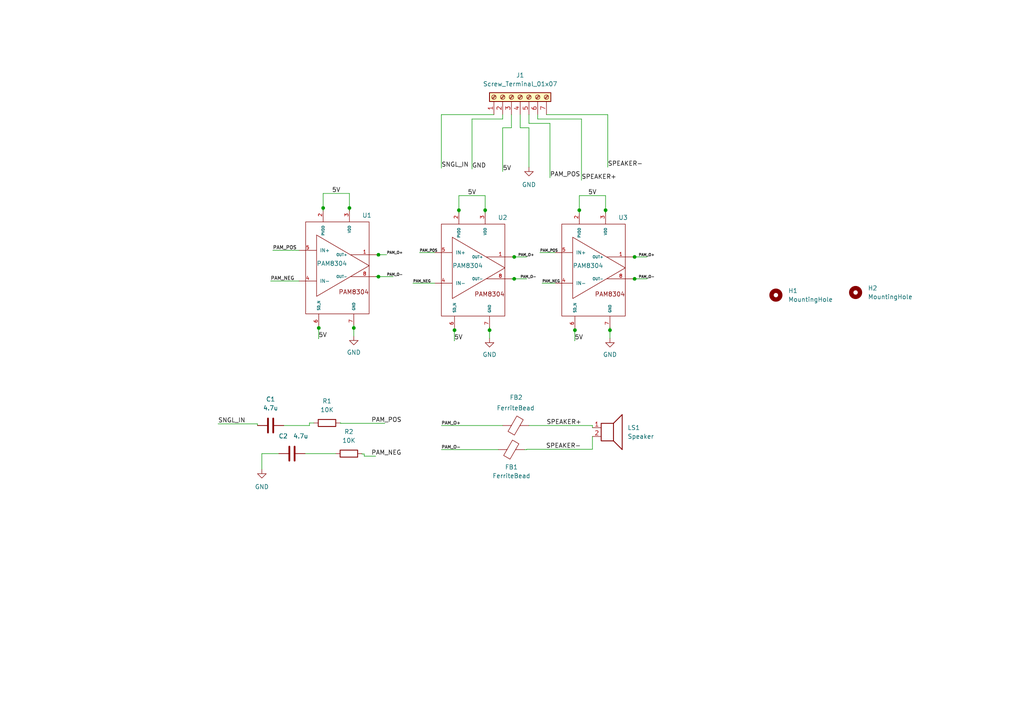
<source format=kicad_sch>
(kicad_sch (version 20230121) (generator eeschema)

  (uuid c5bea8ee-be65-4739-ab6f-eff7990423a3)

  (paper "A4")

  (lib_symbols
    (symbol "Connector:Screw_Terminal_01x07" (pin_names (offset 1.016) hide) (in_bom yes) (on_board yes)
      (property "Reference" "J" (at 0 10.16 0)
        (effects (font (size 1.27 1.27)))
      )
      (property "Value" "Screw_Terminal_01x07" (at 0 -10.16 0)
        (effects (font (size 1.27 1.27)))
      )
      (property "Footprint" "" (at 0 0 0)
        (effects (font (size 1.27 1.27)) hide)
      )
      (property "Datasheet" "~" (at 0 0 0)
        (effects (font (size 1.27 1.27)) hide)
      )
      (property "ki_keywords" "screw terminal" (at 0 0 0)
        (effects (font (size 1.27 1.27)) hide)
      )
      (property "ki_description" "Generic screw terminal, single row, 01x07, script generated (kicad-library-utils/schlib/autogen/connector/)" (at 0 0 0)
        (effects (font (size 1.27 1.27)) hide)
      )
      (property "ki_fp_filters" "TerminalBlock*:*" (at 0 0 0)
        (effects (font (size 1.27 1.27)) hide)
      )
      (symbol "Screw_Terminal_01x07_1_1"
        (rectangle (start -1.27 8.89) (end 1.27 -8.89)
          (stroke (width 0.254) (type default))
          (fill (type background))
        )
        (circle (center 0 -7.62) (radius 0.635)
          (stroke (width 0.1524) (type default))
          (fill (type none))
        )
        (circle (center 0 -5.08) (radius 0.635)
          (stroke (width 0.1524) (type default))
          (fill (type none))
        )
        (circle (center 0 -2.54) (radius 0.635)
          (stroke (width 0.1524) (type default))
          (fill (type none))
        )
        (polyline
          (pts
            (xy -0.5334 -7.2898)
            (xy 0.3302 -8.128)
          )
          (stroke (width 0.1524) (type default))
          (fill (type none))
        )
        (polyline
          (pts
            (xy -0.5334 -4.7498)
            (xy 0.3302 -5.588)
          )
          (stroke (width 0.1524) (type default))
          (fill (type none))
        )
        (polyline
          (pts
            (xy -0.5334 -2.2098)
            (xy 0.3302 -3.048)
          )
          (stroke (width 0.1524) (type default))
          (fill (type none))
        )
        (polyline
          (pts
            (xy -0.5334 0.3302)
            (xy 0.3302 -0.508)
          )
          (stroke (width 0.1524) (type default))
          (fill (type none))
        )
        (polyline
          (pts
            (xy -0.5334 2.8702)
            (xy 0.3302 2.032)
          )
          (stroke (width 0.1524) (type default))
          (fill (type none))
        )
        (polyline
          (pts
            (xy -0.5334 5.4102)
            (xy 0.3302 4.572)
          )
          (stroke (width 0.1524) (type default))
          (fill (type none))
        )
        (polyline
          (pts
            (xy -0.5334 7.9502)
            (xy 0.3302 7.112)
          )
          (stroke (width 0.1524) (type default))
          (fill (type none))
        )
        (polyline
          (pts
            (xy -0.3556 -7.112)
            (xy 0.508 -7.9502)
          )
          (stroke (width 0.1524) (type default))
          (fill (type none))
        )
        (polyline
          (pts
            (xy -0.3556 -4.572)
            (xy 0.508 -5.4102)
          )
          (stroke (width 0.1524) (type default))
          (fill (type none))
        )
        (polyline
          (pts
            (xy -0.3556 -2.032)
            (xy 0.508 -2.8702)
          )
          (stroke (width 0.1524) (type default))
          (fill (type none))
        )
        (polyline
          (pts
            (xy -0.3556 0.508)
            (xy 0.508 -0.3302)
          )
          (stroke (width 0.1524) (type default))
          (fill (type none))
        )
        (polyline
          (pts
            (xy -0.3556 3.048)
            (xy 0.508 2.2098)
          )
          (stroke (width 0.1524) (type default))
          (fill (type none))
        )
        (polyline
          (pts
            (xy -0.3556 5.588)
            (xy 0.508 4.7498)
          )
          (stroke (width 0.1524) (type default))
          (fill (type none))
        )
        (polyline
          (pts
            (xy -0.3556 8.128)
            (xy 0.508 7.2898)
          )
          (stroke (width 0.1524) (type default))
          (fill (type none))
        )
        (circle (center 0 0) (radius 0.635)
          (stroke (width 0.1524) (type default))
          (fill (type none))
        )
        (circle (center 0 2.54) (radius 0.635)
          (stroke (width 0.1524) (type default))
          (fill (type none))
        )
        (circle (center 0 5.08) (radius 0.635)
          (stroke (width 0.1524) (type default))
          (fill (type none))
        )
        (circle (center 0 7.62) (radius 0.635)
          (stroke (width 0.1524) (type default))
          (fill (type none))
        )
        (pin passive line (at -5.08 7.62 0) (length 3.81)
          (name "Pin_1" (effects (font (size 1.27 1.27))))
          (number "1" (effects (font (size 1.27 1.27))))
        )
        (pin passive line (at -5.08 5.08 0) (length 3.81)
          (name "Pin_2" (effects (font (size 1.27 1.27))))
          (number "2" (effects (font (size 1.27 1.27))))
        )
        (pin passive line (at -5.08 2.54 0) (length 3.81)
          (name "Pin_3" (effects (font (size 1.27 1.27))))
          (number "3" (effects (font (size 1.27 1.27))))
        )
        (pin passive line (at -5.08 0 0) (length 3.81)
          (name "Pin_4" (effects (font (size 1.27 1.27))))
          (number "4" (effects (font (size 1.27 1.27))))
        )
        (pin passive line (at -5.08 -2.54 0) (length 3.81)
          (name "Pin_5" (effects (font (size 1.27 1.27))))
          (number "5" (effects (font (size 1.27 1.27))))
        )
        (pin passive line (at -5.08 -5.08 0) (length 3.81)
          (name "Pin_6" (effects (font (size 1.27 1.27))))
          (number "6" (effects (font (size 1.27 1.27))))
        )
        (pin passive line (at -5.08 -7.62 0) (length 3.81)
          (name "Pin_7" (effects (font (size 1.27 1.27))))
          (number "7" (effects (font (size 1.27 1.27))))
        )
      )
    )
    (symbol "Device:C" (pin_numbers hide) (pin_names (offset 0.254)) (in_bom yes) (on_board yes)
      (property "Reference" "C" (at 0.635 2.54 0)
        (effects (font (size 1.27 1.27)) (justify left))
      )
      (property "Value" "C" (at 0.635 -2.54 0)
        (effects (font (size 1.27 1.27)) (justify left))
      )
      (property "Footprint" "" (at 0.9652 -3.81 0)
        (effects (font (size 1.27 1.27)) hide)
      )
      (property "Datasheet" "~" (at 0 0 0)
        (effects (font (size 1.27 1.27)) hide)
      )
      (property "ki_keywords" "cap capacitor" (at 0 0 0)
        (effects (font (size 1.27 1.27)) hide)
      )
      (property "ki_description" "Unpolarized capacitor" (at 0 0 0)
        (effects (font (size 1.27 1.27)) hide)
      )
      (property "ki_fp_filters" "C_*" (at 0 0 0)
        (effects (font (size 1.27 1.27)) hide)
      )
      (symbol "C_0_1"
        (polyline
          (pts
            (xy -2.032 -0.762)
            (xy 2.032 -0.762)
          )
          (stroke (width 0.508) (type default))
          (fill (type none))
        )
        (polyline
          (pts
            (xy -2.032 0.762)
            (xy 2.032 0.762)
          )
          (stroke (width 0.508) (type default))
          (fill (type none))
        )
      )
      (symbol "C_1_1"
        (pin passive line (at 0 3.81 270) (length 2.794)
          (name "~" (effects (font (size 1.27 1.27))))
          (number "1" (effects (font (size 1.27 1.27))))
        )
        (pin passive line (at 0 -3.81 90) (length 2.794)
          (name "~" (effects (font (size 1.27 1.27))))
          (number "2" (effects (font (size 1.27 1.27))))
        )
      )
    )
    (symbol "Device:FerriteBead" (pin_numbers hide) (pin_names (offset 0)) (in_bom yes) (on_board yes)
      (property "Reference" "FB" (at -3.81 0.635 90)
        (effects (font (size 1.27 1.27)))
      )
      (property "Value" "FerriteBead" (at 3.81 0 90)
        (effects (font (size 1.27 1.27)))
      )
      (property "Footprint" "" (at -1.778 0 90)
        (effects (font (size 1.27 1.27)) hide)
      )
      (property "Datasheet" "~" (at 0 0 0)
        (effects (font (size 1.27 1.27)) hide)
      )
      (property "ki_keywords" "L ferrite bead inductor filter" (at 0 0 0)
        (effects (font (size 1.27 1.27)) hide)
      )
      (property "ki_description" "Ferrite bead" (at 0 0 0)
        (effects (font (size 1.27 1.27)) hide)
      )
      (property "ki_fp_filters" "Inductor_* L_* *Ferrite*" (at 0 0 0)
        (effects (font (size 1.27 1.27)) hide)
      )
      (symbol "FerriteBead_0_1"
        (polyline
          (pts
            (xy 0 -1.27)
            (xy 0 -1.2192)
          )
          (stroke (width 0) (type default))
          (fill (type none))
        )
        (polyline
          (pts
            (xy 0 1.27)
            (xy 0 1.2954)
          )
          (stroke (width 0) (type default))
          (fill (type none))
        )
        (polyline
          (pts
            (xy -2.7686 0.4064)
            (xy -1.7018 2.2606)
            (xy 2.7686 -0.3048)
            (xy 1.6764 -2.159)
            (xy -2.7686 0.4064)
          )
          (stroke (width 0) (type default))
          (fill (type none))
        )
      )
      (symbol "FerriteBead_1_1"
        (pin passive line (at 0 3.81 270) (length 2.54)
          (name "~" (effects (font (size 1.27 1.27))))
          (number "1" (effects (font (size 1.27 1.27))))
        )
        (pin passive line (at 0 -3.81 90) (length 2.54)
          (name "~" (effects (font (size 1.27 1.27))))
          (number "2" (effects (font (size 1.27 1.27))))
        )
      )
    )
    (symbol "Device:R" (pin_numbers hide) (pin_names (offset 0)) (in_bom yes) (on_board yes)
      (property "Reference" "R" (at 2.032 0 90)
        (effects (font (size 1.27 1.27)))
      )
      (property "Value" "R" (at 0 0 90)
        (effects (font (size 1.27 1.27)))
      )
      (property "Footprint" "" (at -1.778 0 90)
        (effects (font (size 1.27 1.27)) hide)
      )
      (property "Datasheet" "~" (at 0 0 0)
        (effects (font (size 1.27 1.27)) hide)
      )
      (property "ki_keywords" "R res resistor" (at 0 0 0)
        (effects (font (size 1.27 1.27)) hide)
      )
      (property "ki_description" "Resistor" (at 0 0 0)
        (effects (font (size 1.27 1.27)) hide)
      )
      (property "ki_fp_filters" "R_*" (at 0 0 0)
        (effects (font (size 1.27 1.27)) hide)
      )
      (symbol "R_0_1"
        (rectangle (start -1.016 -2.54) (end 1.016 2.54)
          (stroke (width 0.254) (type default))
          (fill (type none))
        )
      )
      (symbol "R_1_1"
        (pin passive line (at 0 3.81 270) (length 1.27)
          (name "~" (effects (font (size 1.27 1.27))))
          (number "1" (effects (font (size 1.27 1.27))))
        )
        (pin passive line (at 0 -3.81 90) (length 1.27)
          (name "~" (effects (font (size 1.27 1.27))))
          (number "2" (effects (font (size 1.27 1.27))))
        )
      )
    )
    (symbol "Device:Speaker" (pin_names (offset 0) hide) (in_bom yes) (on_board yes)
      (property "Reference" "LS" (at 1.27 5.715 0)
        (effects (font (size 1.27 1.27)) (justify right))
      )
      (property "Value" "Speaker" (at 1.27 3.81 0)
        (effects (font (size 1.27 1.27)) (justify right))
      )
      (property "Footprint" "" (at 0 -5.08 0)
        (effects (font (size 1.27 1.27)) hide)
      )
      (property "Datasheet" "~" (at -0.254 -1.27 0)
        (effects (font (size 1.27 1.27)) hide)
      )
      (property "ki_keywords" "speaker sound" (at 0 0 0)
        (effects (font (size 1.27 1.27)) hide)
      )
      (property "ki_description" "Speaker" (at 0 0 0)
        (effects (font (size 1.27 1.27)) hide)
      )
      (symbol "Speaker_0_0"
        (rectangle (start -2.54 1.27) (end 1.016 -3.81)
          (stroke (width 0.254) (type default))
          (fill (type none))
        )
        (polyline
          (pts
            (xy 1.016 1.27)
            (xy 3.556 3.81)
            (xy 3.556 -6.35)
            (xy 1.016 -3.81)
          )
          (stroke (width 0.254) (type default))
          (fill (type none))
        )
      )
      (symbol "Speaker_1_1"
        (pin input line (at -5.08 0 0) (length 2.54)
          (name "1" (effects (font (size 1.27 1.27))))
          (number "1" (effects (font (size 1.27 1.27))))
        )
        (pin input line (at -5.08 -2.54 0) (length 2.54)
          (name "2" (effects (font (size 1.27 1.27))))
          (number "2" (effects (font (size 1.27 1.27))))
        )
      )
    )
    (symbol "Mechanical:MountingHole" (pin_names (offset 1.016)) (in_bom yes) (on_board yes)
      (property "Reference" "H" (at 0 5.08 0)
        (effects (font (size 1.27 1.27)))
      )
      (property "Value" "MountingHole" (at 0 3.175 0)
        (effects (font (size 1.27 1.27)))
      )
      (property "Footprint" "" (at 0 0 0)
        (effects (font (size 1.27 1.27)) hide)
      )
      (property "Datasheet" "~" (at 0 0 0)
        (effects (font (size 1.27 1.27)) hide)
      )
      (property "ki_keywords" "mounting hole" (at 0 0 0)
        (effects (font (size 1.27 1.27)) hide)
      )
      (property "ki_description" "Mounting Hole without connection" (at 0 0 0)
        (effects (font (size 1.27 1.27)) hide)
      )
      (property "ki_fp_filters" "MountingHole*" (at 0 0 0)
        (effects (font (size 1.27 1.27)) hide)
      )
      (symbol "MountingHole_0_1"
        (circle (center 0 0) (radius 1.27)
          (stroke (width 1.27) (type default))
          (fill (type none))
        )
      )
    )
    (symbol "Symbol_library:Audio_Amp" (pin_names (offset 1)) (in_bom yes) (on_board yes)
      (property "Reference" "U" (at 8.89 13.335 0)
        (effects (font (size 1.27 1.27)))
      )
      (property "Value" "" (at 0 0 0)
        (effects (font (size 1.27 1.27)))
      )
      (property "Footprint" "" (at 0 0 0)
        (effects (font (size 1.27 1.27)) hide)
      )
      (property "Datasheet" "" (at 0 0 0)
        (effects (font (size 1.27 1.27)) hide)
      )
      (symbol "Audio_Amp_0_1"
        (rectangle (start -7.62 12.065) (end 10.795 -14.605)
          (stroke (width 0) (type default))
          (fill (type none))
        )
        (polyline
          (pts
            (xy -4.445 8.255)
            (xy -4.445 -9.525)
            (xy 10.795 -0.635)
            (xy -4.445 8.255)
          )
          (stroke (width 0) (type default))
          (fill (type none))
        )
      )
      (symbol "Audio_Amp_1_1"
        (text "PAM8304" (at 6.35 -8.255 0)
          (effects (font (size 1.27 1.27)))
        )
        (pin output line (at 13.5 2.54 180) (length 8)
          (name "OUT+" (effects (font (size 0.75 0.75))))
          (number "1" (effects (font (size 1 1))))
        )
        (pin power_in line (at -2.54 16.1 270) (length 4)
          (name "PVDD" (effects (font (size 0.75 0.75))))
          (number "2" (effects (font (size 1 1))))
        )
        (pin power_in line (at 5.08 16.1 270) (length 4)
          (name "VDD" (effects (font (size 0.75 0.75))))
          (number "3" (effects (font (size 1 1))))
        )
        (pin input line (at -9.525 -5.08 0) (length 5)
          (name "IN-" (effects (font (size 1 1))))
          (number "4" (effects (font (size 1 1))))
        )
        (pin input line (at -9.525 3.81 0) (length 5)
          (name "IN+" (effects (font (size 1 1))))
          (number "5" (effects (font (size 1 1))))
        )
        (pin input line (at -3.81 -18.7 90) (length 4)
          (name "SD_N" (effects (font (size 0.75 0.75))))
          (number "6" (effects (font (size 1 1))))
        )
        (pin power_in line (at 6.35 -18.7 90) (length 4)
          (name "GND" (effects (font (size 0.75 0.75))))
          (number "7" (effects (font (size 1 1))))
        )
        (pin output line (at 13.5 -3.81 180) (length 8)
          (name "OUT-" (effects (font (size 0.75 0.75))))
          (number "8" (effects (font (size 1 1))))
        )
      )
    )
    (symbol "power:GND" (power) (pin_names (offset 0)) (in_bom yes) (on_board yes)
      (property "Reference" "#PWR" (at 0 -6.35 0)
        (effects (font (size 1.27 1.27)) hide)
      )
      (property "Value" "GND" (at 0 -3.81 0)
        (effects (font (size 1.27 1.27)))
      )
      (property "Footprint" "" (at 0 0 0)
        (effects (font (size 1.27 1.27)) hide)
      )
      (property "Datasheet" "" (at 0 0 0)
        (effects (font (size 1.27 1.27)) hide)
      )
      (property "ki_keywords" "global power" (at 0 0 0)
        (effects (font (size 1.27 1.27)) hide)
      )
      (property "ki_description" "Power symbol creates a global label with name \"GND\" , ground" (at 0 0 0)
        (effects (font (size 1.27 1.27)) hide)
      )
      (symbol "GND_0_1"
        (polyline
          (pts
            (xy 0 0)
            (xy 0 -1.27)
            (xy 1.27 -1.27)
            (xy 0 -2.54)
            (xy -1.27 -1.27)
            (xy 0 -1.27)
          )
          (stroke (width 0) (type default))
          (fill (type none))
        )
      )
      (symbol "GND_1_1"
        (pin power_in line (at 0 0 270) (length 0) hide
          (name "GND" (effects (font (size 1.27 1.27))))
          (number "1" (effects (font (size 1.27 1.27))))
        )
      )
    )
  )

  (junction (at 102.616 95.1286) (diameter 0) (color 0 0 0 0)
    (uuid 070f3aaf-a833-4a51-9d66-a83e7d858e77)
  )
  (junction (at 109.766 73.8886) (diameter 0) (color 0 0 0 0)
    (uuid 111351ea-301c-4b4c-88d0-1b4f01729e9d)
  )
  (junction (at 149.136 80.8736) (diameter 0) (color 0 0 0 0)
    (uuid 1b187f38-82e7-430a-8214-c71d8b3b80ff)
  )
  (junction (at 184.061 74.5236) (diameter 0) (color 0 0 0 0)
    (uuid 1ce473e3-a0ff-47ee-b9c5-3c228a6709c7)
  )
  (junction (at 133.096 60.9636) (diameter 0) (color 0 0 0 0)
    (uuid 2d813828-432e-4418-99e7-1c6fa1f538bc)
  )
  (junction (at 149.136 74.5236) (diameter 0) (color 0 0 0 0)
    (uuid 300078b1-38e7-4cc3-aed9-d0047b70a247)
  )
  (junction (at 175.641 60.9636) (diameter 0) (color 0 0 0 0)
    (uuid 39b5bcee-90d0-4435-b258-5ea977c60f3e)
  )
  (junction (at 184.061 80.8736) (diameter 0) (color 0 0 0 0)
    (uuid 5ad825ec-a373-42b8-9e0e-a952a2996653)
  )
  (junction (at 92.456 95.1286) (diameter 0) (color 0 0 0 0)
    (uuid 5f7be34b-0618-4039-8c87-3bf75db6bd35)
  )
  (junction (at 140.716 60.9636) (diameter 0) (color 0 0 0 0)
    (uuid 5fadd0c4-0042-4a2e-a794-e8cf4710f810)
  )
  (junction (at 166.751 95.7636) (diameter 0) (color 0 0 0 0)
    (uuid 72895d5f-5f1e-4699-ad8e-dc1001d2a151)
  )
  (junction (at 93.726 60.3286) (diameter 0) (color 0 0 0 0)
    (uuid 8b15b387-c461-486d-b6be-6b0f2946c430)
  )
  (junction (at 131.826 95.7636) (diameter 0) (color 0 0 0 0)
    (uuid 9aac67f9-01cc-4553-a59d-928d88b7f84f)
  )
  (junction (at 109.766 80.2386) (diameter 0) (color 0 0 0 0)
    (uuid baafafd9-ad57-4e61-800f-5fb0be9c0dd2)
  )
  (junction (at 168.021 60.9636) (diameter 0) (color 0 0 0 0)
    (uuid c6b74385-f35c-49ef-84a8-e029894237a7)
  )
  (junction (at 101.346 60.3286) (diameter 0) (color 0 0 0 0)
    (uuid e30d01c2-d6f9-4770-ba79-7ae608e117f6)
  )
  (junction (at 141.986 95.7636) (diameter 0) (color 0 0 0 0)
    (uuid fc9438cf-615c-4f5b-bac9-81046de3eddf)
  )
  (junction (at 176.911 95.7636) (diameter 0) (color 0 0 0 0)
    (uuid feb8c785-f993-4c3b-8f4b-217c7740c379)
  )

  (wire (pts (xy 136.906 34.5186) (xy 145.796 34.5186))
    (stroke (width 0) (type default))
    (uuid 02154498-cc79-4651-9144-fc8af02626a9)
  )
  (wire (pts (xy 131.7244 98.8314) (xy 131.8006 98.8314))
    (stroke (width 0) (type default))
    (uuid 0d28e57b-8825-4246-9566-9749cab3d176)
  )
  (wire (pts (xy 168.021 60.9636) (xy 168.021 61.8236))
    (stroke (width 0) (type default))
    (uuid 10a69bcd-fd59-472c-88c6-353220454f96)
  )
  (wire (pts (xy 101.346 56.1086) (xy 101.346 60.3286))
    (stroke (width 0) (type default))
    (uuid 11a667e3-c2de-4fb1-96ab-cc2198c19148)
  )
  (wire (pts (xy 136.906 34.5186) (xy 136.906 49.022))
    (stroke (width 0) (type default))
    (uuid 11cad50e-9b0a-4a4e-ba0a-37490f44d898)
  )
  (wire (pts (xy 105.6386 132.3086) (xy 105.6386 131.6736))
    (stroke (width 0) (type default))
    (uuid 12c4979c-f23c-4676-8e0f-760479eac192)
  )
  (wire (pts (xy 176.276 33.2486) (xy 176.276 48.4886))
    (stroke (width 0) (type default))
    (uuid 14679974-257c-417a-be36-f1d36f7387a1)
  )
  (wire (pts (xy 141.986 94.9198) (xy 141.986 95.7636))
    (stroke (width 0) (type default))
    (uuid 14ad1a99-e362-4ac1-9bde-d7f5b5d4c328)
  )
  (wire (pts (xy 131.8006 98.8314) (xy 131.8006 98.1456))
    (stroke (width 0) (type default))
    (uuid 17da62a5-e2ac-44a4-9da1-791bc51d2788)
  )
  (wire (pts (xy 152.146 130.4036) (xy 152.781 130.4036))
    (stroke (width 0) (type default))
    (uuid 192b5fbc-f434-4a19-b4c8-c6085708ca2c)
  )
  (wire (pts (xy 131.7752 95.7326) (xy 131.7244 95.7326))
    (stroke (width 0) (type default))
    (uuid 19b74825-9202-461f-81f6-2340378a33cd)
  )
  (wire (pts (xy 157.226 82.1436) (xy 161.036 82.1436))
    (stroke (width 0) (type default))
    (uuid 19d6ea00-bb6e-4e96-9805-8fbf8c9a65e3)
  )
  (wire (pts (xy 171.831 123.4186) (xy 171.831 124.0536))
    (stroke (width 0) (type default))
    (uuid 1e0d8cd6-1b7d-4d4e-a1fc-058baf9f6a23)
  )
  (wire (pts (xy 92.3544 98.1964) (xy 92.4306 98.1964))
    (stroke (width 0) (type default))
    (uuid 1e44f92a-5899-4b52-b719-0b440ee8b129)
  )
  (wire (pts (xy 159.512 35.7886) (xy 159.512 51.562))
    (stroke (width 0) (type default))
    (uuid 2105157e-1aff-4a86-b759-fe90e26e39fe)
  )
  (wire (pts (xy 175.641 56.7436) (xy 175.641 60.9636))
    (stroke (width 0) (type default))
    (uuid 21bbe243-1304-4a29-8843-343d05b1207d)
  )
  (wire (pts (xy 149.136 74.5236) (xy 152.781 74.5236))
    (stroke (width 0) (type default))
    (uuid 2324756d-8bed-432c-9f81-4e8a4eeacb57)
  )
  (wire (pts (xy 171.831 130.302) (xy 171.831 126.5936))
    (stroke (width 0) (type default))
    (uuid 2370bee3-ca65-4194-bd3f-aae2b74e146b)
  )
  (wire (pts (xy 119.761 82.1436) (xy 126.111 82.1436))
    (stroke (width 0) (type default))
    (uuid 256831d6-a22e-4f26-bfca-146cae52655f)
  )
  (wire (pts (xy 153.416 33.2486) (xy 153.416 35.7886))
    (stroke (width 0) (type default))
    (uuid 294fbb2a-66d7-461a-b315-cfc0fbfb1c04)
  )
  (wire (pts (xy 133.096 56.7436) (xy 133.096 60.9636))
    (stroke (width 0) (type default))
    (uuid 2a21b0ee-a885-4594-8767-0d3777e553f9)
  )
  (wire (pts (xy 176.911 94.9198) (xy 176.911 95.7636))
    (stroke (width 0) (type default))
    (uuid 2b4aaf08-072c-4748-bcf8-6a1f605cfa24)
  )
  (wire (pts (xy 150.876 37.0586) (xy 150.876 33.2486))
    (stroke (width 0) (type default))
    (uuid 2ba81507-366b-4dce-a7e3-8b073f8b1df5)
  )
  (wire (pts (xy 131.7244 95.7636) (xy 131.826 95.7636))
    (stroke (width 0) (type default))
    (uuid 2d241048-5621-4d67-858f-bf22878567cb)
  )
  (wire (pts (xy 145.796 37.0586) (xy 148.336 37.0586))
    (stroke (width 0) (type default))
    (uuid 2ebfd139-db09-4490-86a0-86a0fd8b8bbf)
  )
  (wire (pts (xy 175.641 60.9636) (xy 175.641 61.8236))
    (stroke (width 0) (type default))
    (uuid 31aaa235-809c-4a18-8a4b-56be48c2301f)
  )
  (wire (pts (xy 168.021 56.7436) (xy 168.021 60.9636))
    (stroke (width 0) (type default))
    (uuid 372bdb7b-6ead-423f-868d-3afd7c928fe8)
  )
  (wire (pts (xy 183.896 74.5236) (xy 184.061 74.5236))
    (stroke (width 0) (type default))
    (uuid 37baf1a0-ae2d-40bf-9de2-18f09fb02d88)
  )
  (wire (pts (xy 148.336 37.0586) (xy 148.336 33.2486))
    (stroke (width 0) (type default))
    (uuid 3a2680cf-b07b-4c5e-abaf-6c31b1e19252)
  )
  (wire (pts (xy 166.7002 95.7326) (xy 166.6494 95.7326))
    (stroke (width 0) (type default))
    (uuid 4567a009-157e-457a-8ee4-45f6ffb41276)
  )
  (wire (pts (xy 92.456 95.123) (xy 92.456 95.1286))
    (stroke (width 0) (type default))
    (uuid 465cf484-6801-4d35-a821-27b33b20864a)
  )
  (wire (pts (xy 133.096 56.7436) (xy 140.716 56.7436))
    (stroke (width 0) (type default))
    (uuid 47c878ee-94ff-4d2e-b618-1cba1911cb7b)
  )
  (wire (pts (xy 92.4052 95.0976) (xy 92.3544 95.0976))
    (stroke (width 0) (type default))
    (uuid 48faa0b6-f97e-45da-86c9-fce981ef6642)
  )
  (wire (pts (xy 153.416 37.0586) (xy 153.416 48.4886))
    (stroke (width 0) (type default))
    (uuid 4aa84383-9a78-4552-ba5c-4669fbe57611)
  )
  (wire (pts (xy 93.726 60.3286) (xy 93.726 61.1886))
    (stroke (width 0) (type default))
    (uuid 4f0695da-37ed-4580-bd03-0b4cd9e20e3b)
  )
  (wire (pts (xy 166.6494 95.7636) (xy 166.751 95.7636))
    (stroke (width 0) (type default))
    (uuid 4f1772f0-d166-412e-87e9-b73b47d74b84)
  )
  (wire (pts (xy 98.806 122.682) (xy 98.6536 122.682))
    (stroke (width 0) (type default))
    (uuid 50d7593c-b3c3-45ed-aba0-f4a03884119c)
  )
  (wire (pts (xy 109.766 73.8886) (xy 112.141 73.8886))
    (stroke (width 0) (type default))
    (uuid 514bf176-cd42-4114-b017-efca408c2431)
  )
  (wire (pts (xy 101.346 60.3286) (xy 101.346 61.1886))
    (stroke (width 0) (type default))
    (uuid 544d0fd0-b17c-4214-a0cc-40a8fba2c84e)
  )
  (wire (pts (xy 155.956 33.2486) (xy 155.956 34.5186))
    (stroke (width 0) (type default))
    (uuid 562eadd1-aa80-4569-93f1-d1943a7032b0)
  )
  (wire (pts (xy 158.496 33.2486) (xy 176.276 33.2486))
    (stroke (width 0) (type default))
    (uuid 59e7839e-0e9c-4387-9013-d0a18bf51638)
  )
  (wire (pts (xy 148.971 74.5236) (xy 149.136 74.5236))
    (stroke (width 0) (type default))
    (uuid 5d52a772-15ae-4ace-a6ea-ba4f8c42d9f8)
  )
  (wire (pts (xy 148.336 80.8736) (xy 149.136 80.8736))
    (stroke (width 0) (type default))
    (uuid 5d6cb17f-00b0-4223-afd2-f9e62910436f)
  )
  (wire (pts (xy 155.956 34.5186) (xy 168.656 34.5186))
    (stroke (width 0) (type default))
    (uuid 60289537-0ef6-4ae7-b960-8dee27c51a32)
  )
  (wire (pts (xy 184.061 74.5236) (xy 187.706 74.5236))
    (stroke (width 0) (type default))
    (uuid 6036de67-f3b8-4d61-a822-dfa5191e3b78)
  )
  (wire (pts (xy 89.7636 122.682) (xy 91.0336 122.682))
    (stroke (width 0) (type default))
    (uuid 63d20e2f-1c89-4cb9-9fed-c80497e0e662)
  )
  (wire (pts (xy 166.751 95.758) (xy 166.751 95.7636))
    (stroke (width 0) (type default))
    (uuid 6721143c-a56e-47a3-9e0a-eb50014f4814)
  )
  (wire (pts (xy 92.3544 95.0976) (xy 92.3544 95.1286))
    (stroke (width 0) (type default))
    (uuid 68b367c5-5024-4a7e-bd55-4dc71aeed57b)
  )
  (wire (pts (xy 131.826 95.758) (xy 131.826 95.7636))
    (stroke (width 0) (type default))
    (uuid 6aef6caa-1c2a-4978-aff2-f77118a1288b)
  )
  (wire (pts (xy 92.3544 95.1286) (xy 92.456 95.1286))
    (stroke (width 0) (type default))
    (uuid 6c0c7a77-1f3a-43ae-99dc-8249f16f5fb6)
  )
  (wire (pts (xy 80.8736 131.572) (xy 75.946 131.572))
    (stroke (width 0) (type default))
    (uuid 6daa2e0a-10b7-48c6-9650-382ada47a41c)
  )
  (wire (pts (xy 92.4306 98.1964) (xy 92.4306 97.5106))
    (stroke (width 0) (type default))
    (uuid 70acd895-2e92-46a0-b86a-0513537896b8)
  )
  (wire (pts (xy 105.6386 131.6736) (xy 105.0036 131.6736))
    (stroke (width 0) (type default))
    (uuid 70dd5ef9-113f-4d97-a7f0-aa82d7803dbb)
  )
  (wire (pts (xy 149.136 80.8736) (xy 152.781 80.8736))
    (stroke (width 0) (type default))
    (uuid 724addef-e683-4f79-8ba2-56505c369439)
  )
  (wire (pts (xy 128.016 123.4186) (xy 145.796 123.4186))
    (stroke (width 0) (type default))
    (uuid 74ca7864-37e1-49af-8ab2-1999c07deb92)
  )
  (wire (pts (xy 121.666 73.2536) (xy 126.111 73.2536))
    (stroke (width 0) (type default))
    (uuid 74f6e06d-ab89-4342-ada0-0e0df34fa8b0)
  )
  (wire (pts (xy 184.061 80.8736) (xy 187.706 80.8736))
    (stroke (width 0) (type default))
    (uuid 77d6b969-9cd8-46ff-b214-27ec23adad71)
  )
  (wire (pts (xy 105.6386 132.3086) (xy 108.966 132.3086))
    (stroke (width 0) (type default))
    (uuid 7bd536cd-ab03-4d6a-9262-6228f0f663a1)
  )
  (wire (pts (xy 108.966 80.2386) (xy 109.766 80.2386))
    (stroke (width 0) (type default))
    (uuid 833d3d73-df02-4109-b0ef-4794422eaf80)
  )
  (wire (pts (xy 156.591 73.2536) (xy 161.036 73.2536))
    (stroke (width 0) (type default))
    (uuid 85476f97-862e-4b86-8915-cd261f6aae03)
  )
  (wire (pts (xy 105.0036 131.6736) (xy 105.0036 131.572))
    (stroke (width 0) (type default))
    (uuid 8564bc1f-934f-4b29-9826-fdc8be63e023)
  )
  (wire (pts (xy 78.486 81.5086) (xy 86.741 81.5086))
    (stroke (width 0) (type default))
    (uuid 8b228737-aa98-45c6-aedf-61ba0863d590)
  )
  (wire (pts (xy 93.726 56.1086) (xy 101.346 56.1086))
    (stroke (width 0) (type default))
    (uuid 8ca9340a-6ca9-44ad-aab0-34edf3553277)
  )
  (wire (pts (xy 145.796 34.5186) (xy 145.796 33.2486))
    (stroke (width 0) (type default))
    (uuid 92c43fbe-2f15-4eae-8a61-ed7358f14f14)
  )
  (wire (pts (xy 133.096 60.9636) (xy 133.096 61.8236))
    (stroke (width 0) (type default))
    (uuid 9488588a-dd04-48ed-8317-9e98331664d2)
  )
  (wire (pts (xy 102.616 94.2848) (xy 102.616 95.1286))
    (stroke (width 0) (type default))
    (uuid 990f433c-12d0-42b5-bd16-a43dcde628c5)
  )
  (wire (pts (xy 128.016 33.2486) (xy 128.016 48.768))
    (stroke (width 0) (type default))
    (uuid 998da897-ddd0-448a-81c5-16f7fd4e2293)
  )
  (wire (pts (xy 75.946 131.572) (xy 75.946 136.1186))
    (stroke (width 0) (type default))
    (uuid 9c3586f0-87fc-4642-a731-d7970f70d08b)
  )
  (wire (pts (xy 166.6494 95.7326) (xy 166.6494 95.7636))
    (stroke (width 0) (type default))
    (uuid 9d85201d-6e40-4403-877b-4b77b601c52b)
  )
  (wire (pts (xy 79.121 72.6186) (xy 86.741 72.6186))
    (stroke (width 0) (type default))
    (uuid 9dffc926-b93d-4862-8685-626414abdcc4)
  )
  (wire (pts (xy 98.806 122.7836) (xy 111.6584 122.7836))
    (stroke (width 0) (type default))
    (uuid 9fc57c6c-c9f8-4366-9291-54120b51a65b)
  )
  (wire (pts (xy 74.676 122.936) (xy 63.246 122.936))
    (stroke (width 0) (type default))
    (uuid 9fdc6690-b02d-4e6b-97ce-429b315f15aa)
  )
  (wire (pts (xy 166.7002 95.7326) (xy 166.7256 98.1456))
    (stroke (width 0) (type default))
    (uuid a1a13d43-13fe-4a0a-a070-f1a94605e353)
  )
  (wire (pts (xy 131.7752 95.7326) (xy 131.8006 98.1456))
    (stroke (width 0) (type default))
    (uuid a74cb79d-ef2a-47db-b72e-d3e02c662a42)
  )
  (wire (pts (xy 145.796 37.0586) (xy 145.796 49.7586))
    (stroke (width 0) (type default))
    (uuid a86aea26-0e77-42a3-b7ce-1490624103ce)
  )
  (wire (pts (xy 128.016 33.2486) (xy 143.256 33.2486))
    (stroke (width 0) (type default))
    (uuid a8d49a88-d8a8-46dd-b995-6c6a53faf495)
  )
  (wire (pts (xy 88.4936 131.572) (xy 97.3836 131.572))
    (stroke (width 0) (type default))
    (uuid a9fc00d4-6498-424f-90b0-8f48c312f655)
  )
  (wire (pts (xy 153.416 123.4186) (xy 171.831 123.4186))
    (stroke (width 0) (type default))
    (uuid ace21120-9e45-4b74-8359-e2eaf0527639)
  )
  (wire (pts (xy 102.616 95.1286) (xy 102.616 97.4852))
    (stroke (width 0) (type default))
    (uuid b0183c86-886c-40e1-b828-6f3d7f7124d9)
  )
  (wire (pts (xy 183.896 80.8736) (xy 184.061 80.8736))
    (stroke (width 0) (type default))
    (uuid b87934b2-f5b7-491d-ba25-ecc0ac354c8e)
  )
  (wire (pts (xy 152.781 130.4036) (xy 152.781 130.302))
    (stroke (width 0) (type default))
    (uuid b88de8e2-ae1b-43ce-94b9-f24d003d01bf)
  )
  (wire (pts (xy 166.6494 98.8314) (xy 166.7256 98.8314))
    (stroke (width 0) (type default))
    (uuid c72bf20f-3912-45b1-a584-60bd9bb6567f)
  )
  (wire (pts (xy 89.7636 123.4186) (xy 82.296 123.4186))
    (stroke (width 0) (type default))
    (uuid c8aff036-3038-42ec-ae7c-c7b8ef7b3a30)
  )
  (wire (pts (xy 141.986 95.7636) (xy 141.986 98.1202))
    (stroke (width 0) (type default))
    (uuid c8d4ce63-fbe0-496f-99a7-2c0771023b24)
  )
  (wire (pts (xy 152.781 130.302) (xy 171.831 130.302))
    (stroke (width 0) (type default))
    (uuid ca2be9c6-001a-474c-8cbe-ad6395102617)
  )
  (wire (pts (xy 131.7244 95.7326) (xy 131.7244 95.7636))
    (stroke (width 0) (type default))
    (uuid cbcc5890-c28d-452a-83ec-47e6e2d40193)
  )
  (wire (pts (xy 98.806 122.7836) (xy 98.806 122.682))
    (stroke (width 0) (type default))
    (uuid d30f1c0b-8729-4256-8293-58f484bad0fc)
  )
  (wire (pts (xy 109.601 73.8886) (xy 109.766 73.8886))
    (stroke (width 0) (type default))
    (uuid d5a1c17d-9052-42b7-8eff-9f639a5ceed7)
  )
  (wire (pts (xy 128.016 130.4036) (xy 144.526 130.4036))
    (stroke (width 0) (type default))
    (uuid d6e5e904-146f-4ed4-8ea6-80a09c4d9cc9)
  )
  (wire (pts (xy 168.021 56.7436) (xy 175.641 56.7436))
    (stroke (width 0) (type default))
    (uuid da871ab2-c4da-4d23-b243-335eae7ef4c9)
  )
  (wire (pts (xy 140.716 60.9636) (xy 140.716 61.8236))
    (stroke (width 0) (type default))
    (uuid db674384-6270-4603-81e3-74158a462cb5)
  )
  (wire (pts (xy 140.716 56.7436) (xy 140.716 60.9636))
    (stroke (width 0) (type default))
    (uuid dda2325a-4fe0-45dd-a16c-fac091820816)
  )
  (wire (pts (xy 176.911 95.7636) (xy 176.911 98.1202))
    (stroke (width 0) (type default))
    (uuid e264c85a-a564-424e-ac0a-e9703351252b)
  )
  (wire (pts (xy 153.416 35.7886) (xy 159.512 35.7886))
    (stroke (width 0) (type default))
    (uuid e9ea927f-aac8-4324-a1a5-c839ec0361f3)
  )
  (wire (pts (xy 166.7256 98.8314) (xy 166.7256 98.1456))
    (stroke (width 0) (type default))
    (uuid ece33f45-2887-4a2d-9d9b-273b5e28bd4f)
  )
  (wire (pts (xy 93.726 56.1086) (xy 93.726 60.3286))
    (stroke (width 0) (type default))
    (uuid ee3025bb-a719-47c1-9cc0-c42bc990921f)
  )
  (wire (pts (xy 74.676 122.936) (xy 74.676 123.4186))
    (stroke (width 0) (type default))
    (uuid eecee366-cb85-438d-9b01-425e6230d167)
  )
  (wire (pts (xy 153.416 37.0586) (xy 150.876 37.0586))
    (stroke (width 0) (type default))
    (uuid f1b2e28c-f16a-46f1-b2ed-b49c3416e6d8)
  )
  (wire (pts (xy 89.7636 122.682) (xy 89.7636 123.4186))
    (stroke (width 0) (type default))
    (uuid f21f71e3-daea-4121-a3c3-f307572631cd)
  )
  (wire (pts (xy 92.4052 95.0976) (xy 92.4306 97.5106))
    (stroke (width 0) (type default))
    (uuid fc25c990-0ed0-4f46-991f-eb1078b34e36)
  )
  (wire (pts (xy 109.766 80.2386) (xy 114.046 80.2386))
    (stroke (width 0) (type default))
    (uuid fcbd7735-9c52-47df-a4c2-6d69bcaee371)
  )
  (wire (pts (xy 168.656 34.5186) (xy 168.656 52.2986))
    (stroke (width 0) (type default))
    (uuid fe28685e-3d04-4e9f-a5da-8b73994ac87b)
  )

  (label "PAM_NEG" (at 107.696 132.3086 0) (fields_autoplaced)
    (effects (font (size 1.27 1.27)) (justify left bottom))
    (uuid 04c01163-d7c1-4b17-94d7-f839e4f62349)
  )
  (label "PAM_O+" (at 150.241 74.5236 0) (fields_autoplaced)
    (effects (font (size 0.75 0.75)) (justify left bottom))
    (uuid 050ea7e2-cfbe-4beb-baad-74ffdb6ac249)
  )
  (label "PAM_O+" (at 128.016 123.4186 0) (fields_autoplaced)
    (effects (font (size 0.9 0.9)) (justify left bottom))
    (uuid 0c81f46d-f927-46e4-9fff-cb0f0bae6841)
  )
  (label "PAM_O-" (at 128.016 130.4036 0) (fields_autoplaced)
    (effects (font (size 0.9 0.9)) (justify left bottom))
    (uuid 10cd95e2-9392-40c6-9878-8c71afb9bf5c)
  )
  (label "PAM_POS" (at 121.666 73.2536 0) (fields_autoplaced)
    (effects (font (size 0.75 0.75)) (justify left bottom))
    (uuid 1168fb8c-bf06-4c05-93e3-f5fd6ab07cb3)
  )
  (label "PAM_NEG" (at 78.486 81.5086 0) (fields_autoplaced)
    (effects (font (size 1 1)) (justify left bottom))
    (uuid 2ec98fc5-fffb-4412-bdab-724709c2fa0a)
  )
  (label "5V" (at 135.636 56.7436 0) (fields_autoplaced)
    (effects (font (size 1.27 1.27)) (justify left bottom))
    (uuid 2f2db50c-2993-4675-9a65-af6ba0a7faf7)
  )
  (label "PAM_NEG" (at 157.226 82.1436 0) (fields_autoplaced)
    (effects (font (size 0.75 0.75)) (justify left bottom))
    (uuid 30d081f4-c3e7-476e-8620-7cf111bea1ac)
  )
  (label "PAM_O+" (at 185.166 74.5236 0) (fields_autoplaced)
    (effects (font (size 0.75 0.75)) (justify left bottom))
    (uuid 45b4adba-2cd7-4daf-a931-33c4e7a2a50b)
  )
  (label "PAM_POS" (at 107.696 122.7836 0) (fields_autoplaced)
    (effects (font (size 1.27 1.27)) (justify left bottom))
    (uuid 4c3928f7-549f-4e40-82bc-064971a0903d)
  )
  (label "5V" (at 166.6494 98.8314 0) (fields_autoplaced)
    (effects (font (size 1.27 1.27)) (justify left bottom))
    (uuid 5b4ed31b-643b-4866-b5ee-5beed1cadf54)
  )
  (label "5V" (at 96.266 56.1086 0) (fields_autoplaced)
    (effects (font (size 1.27 1.27)) (justify left bottom))
    (uuid 6183d276-17f3-42fc-b6a3-62cd6e7df69b)
  )
  (label "PAM_O-" (at 150.876 80.8736 0) (fields_autoplaced)
    (effects (font (size 0.75 0.75)) (justify left bottom))
    (uuid 6eef2db3-117e-4d86-b344-1bfb567f623a)
  )
  (label "SPEAKER+" (at 158.496 123.4186 0) (fields_autoplaced)
    (effects (font (size 1.27 1.27)) (justify left bottom))
    (uuid 7540bd28-c9b5-4bce-b9b5-952dbeac9c72)
  )
  (label "PAM_POS" (at 159.512 51.562 0) (fields_autoplaced)
    (effects (font (size 1.27 1.27)) (justify left bottom))
    (uuid 78b9c2f4-8d86-4e2d-aaf0-5937335f809c)
  )
  (label "SPEAKER-" (at 158.3436 130.302 0) (fields_autoplaced)
    (effects (font (size 1.27 1.27)) (justify left bottom))
    (uuid 83681f6a-4303-4e81-846f-b4b0319d9dea)
  )
  (label "5V" (at 170.561 56.7436 0) (fields_autoplaced)
    (effects (font (size 1.27 1.27)) (justify left bottom))
    (uuid 853e1705-4baf-4ddb-aaf9-5c5aa0a9ae77)
  )
  (label "SPEAKER-" (at 176.276 48.4886 0) (fields_autoplaced)
    (effects (font (size 1.27 1.27)) (justify left bottom))
    (uuid af994ce1-3d00-4d36-a05e-20acba8761fa)
  )
  (label "PAM_O-" (at 185.166 80.8736 0) (fields_autoplaced)
    (effects (font (size 0.75 0.75)) (justify left bottom))
    (uuid b759dd90-ed0d-47d4-8125-4719dc697ad6)
  )
  (label "GND" (at 136.906 49.022 0) (fields_autoplaced)
    (effects (font (size 1.27 1.27)) (justify left bottom))
    (uuid cdd2a6f2-9e27-4be8-838d-064c684abe15)
  )
  (label "5V" (at 131.7244 98.8314 0) (fields_autoplaced)
    (effects (font (size 1.27 1.27)) (justify left bottom))
    (uuid ceb8dc20-c25c-426c-9c61-90f49fbc9464)
  )
  (label "5V" (at 92.3544 98.1964 0) (fields_autoplaced)
    (effects (font (size 1.27 1.27)) (justify left bottom))
    (uuid d0434f7c-9b9e-4466-9449-e32af7a74492)
  )
  (label "PAM_POS" (at 156.591 73.2536 0) (fields_autoplaced)
    (effects (font (size 0.75 0.75)) (justify left bottom))
    (uuid d0a2e641-bea1-410d-8c47-0009732a7eec)
  )
  (label "PAM_NEG" (at 119.761 82.1436 0) (fields_autoplaced)
    (effects (font (size 0.75 0.75)) (justify left bottom))
    (uuid d154348b-898c-488b-bfb7-879e50888bfc)
  )
  (label "PAM_O+" (at 112.141 73.8886 0) (fields_autoplaced)
    (effects (font (size 0.75 0.75)) (justify left bottom))
    (uuid d1d5a5c2-96d4-4462-8eec-e05100d07351)
  )
  (label "SNGL_IN" (at 63.246 122.936 0) (fields_autoplaced)
    (effects (font (size 1.27 1.27)) (justify left bottom))
    (uuid dd60fc44-a5d6-4f26-884b-292d5b35993b)
  )
  (label "SNGL_IN" (at 128.016 48.768 0) (fields_autoplaced)
    (effects (font (size 1.27 1.27)) (justify left bottom))
    (uuid e09b3fec-21a2-476d-a61f-44be8e02d717)
  )
  (label "PAM_POS" (at 79.121 72.6186 0) (fields_autoplaced)
    (effects (font (size 1 1)) (justify left bottom))
    (uuid e5fcb7bf-dcad-44dc-973f-54d68174d251)
  )
  (label "PAM_O-" (at 112.141 80.2386 0) (fields_autoplaced)
    (effects (font (size 0.75 0.75)) (justify left bottom))
    (uuid ede6a252-87ae-4cc1-89af-e718e554068a)
  )
  (label "SPEAKER+" (at 168.656 52.2986 0) (fields_autoplaced)
    (effects (font (size 1.27 1.27)) (justify left bottom))
    (uuid f7ea881c-5c55-4785-8cda-0316b8f57bde)
  )
  (label "5V" (at 145.796 49.7586 0) (fields_autoplaced)
    (effects (font (size 1.27 1.27)) (justify left bottom))
    (uuid fffe18d3-57df-4bc6-b2fd-26a440d6618c)
  )

  (symbol (lib_id "Device:Speaker") (at 176.911 124.0536 0) (unit 1)
    (in_bom yes) (on_board yes) (dnp no) (fields_autoplaced)
    (uuid 07c57bb7-c452-40e3-8ddc-65f52c77414e)
    (property "Reference" "LS1" (at 181.991 124.0536 0)
      (effects (font (size 1.27 1.27)) (justify left))
    )
    (property "Value" "Speaker" (at 181.991 126.5936 0)
      (effects (font (size 1.27 1.27)) (justify left))
    )
    (property "Footprint" "" (at 176.911 129.1336 0)
      (effects (font (size 1.27 1.27)) hide)
    )
    (property "Datasheet" "~https://www.cuidevices.com/product/resource/cds-4224-84sp.pdf" (at 176.657 125.3236 0)
      (effects (font (size 1.27 1.27)) hide)
    )
    (property "DIGIKEY PART #" "CDS-4224-84SP" (at 176.911 124.0536 0)
      (effects (font (size 1.27 1.27)) hide)
    )
    (property "PRICE" "$7.82" (at 176.911 124.0536 0)
      (effects (font (size 1.27 1.27)) hide)
    )
    (pin "1" (uuid ace638b2-1b25-4a49-84af-2ef5da907113))
    (pin "2" (uuid b800ac76-be10-4b47-b103-55a343fd475d))
    (instances
      (project "Speaker"
        (path "/085a8e5f-7214-4041-9448-142a3053ab37"
          (reference "LS1") (unit 1)
        )
      )
      (project "Speaker_AMP"
        (path "/c5bea8ee-be65-4739-ab6f-eff7990423a3"
          (reference "LS1") (unit 1)
        )
      )
    )
  )

  (symbol (lib_id "Device:C") (at 78.486 123.4186 90) (unit 1)
    (in_bom yes) (on_board yes) (dnp no) (fields_autoplaced)
    (uuid 200fdbb6-b66a-4d84-bdb9-74612a2a9eab)
    (property "Reference" "C2" (at 78.486 115.7986 90)
      (effects (font (size 1.27 1.27)))
    )
    (property "Value" "4.7u" (at 78.486 118.3386 90)
      (effects (font (size 1.27 1.27)))
    )
    (property "Footprint" "Footprints:Cap0805" (at 82.296 122.4534 0)
      (effects (font (size 1.27 1.27)) hide)
    )
    (property "Datasheet" "~https://mm.digikey.com/Volume0/opasdata/d220001/medias/docus/43/CL10A475KQ8NNWC_Spec.pdf" (at 78.486 123.4186 0)
      (effects (font (size 1.27 1.27)) hide)
    )
    (property "DIGIKEY PART #" "CL10A475KQ8NNWC" (at 78.486 123.4186 0)
      (effects (font (size 1.27 1.27)) hide)
    )
    (property "PRICE" "$0.10" (at 78.486 123.4186 0)
      (effects (font (size 1.27 1.27)) hide)
    )
    (pin "1" (uuid 251c57f6-35fb-401a-a5bf-6e7a7c208902))
    (pin "2" (uuid 85cf614b-e52a-4358-a893-41f5c3548363))
    (instances
      (project "Speaker"
        (path "/085a8e5f-7214-4041-9448-142a3053ab37"
          (reference "C2") (unit 1)
        )
      )
      (project "Speaker_AMP"
        (path "/c5bea8ee-be65-4739-ab6f-eff7990423a3"
          (reference "C1") (unit 1)
        )
      )
    )
  )

  (symbol (lib_id "Device:FerriteBead") (at 149.606 123.4186 90) (unit 1)
    (in_bom yes) (on_board yes) (dnp no)
    (uuid 22814cb1-8f98-4711-be77-93d89f918cc2)
    (property "Reference" "FB2" (at 149.7076 115.2652 90)
      (effects (font (size 1.27 1.27)))
    )
    (property "Value" "FerriteBead" (at 149.5552 118.3386 90)
      (effects (font (size 1.27 1.27)))
    )
    (property "Footprint" "Footprints:IND_BLM15_0402_MUR-M" (at 149.606 125.1966 90)
      (effects (font (size 1.27 1.27)) hide)
    )
    (property "Datasheet" "~https://www.murata.com/en-us/products/productdata/8796740059166/ENFA0018.pdf" (at 149.606 123.4186 0)
      (effects (font (size 1.27 1.27)) hide)
    )
    (property "DIGIKEY PART #" "BLM15AG121SN1D" (at 149.606 123.4186 0)
      (effects (font (size 1.27 1.27)) hide)
    )
    (property "PRICE" "$0.10" (at 149.606 123.4186 0)
      (effects (font (size 1.27 1.27)) hide)
    )
    (pin "1" (uuid 9dd6f245-417f-4b9f-88c3-1ac9d7c2eaf5))
    (pin "2" (uuid bc9fdc49-50e8-4298-9b22-2dd2120698c6))
    (instances
      (project "Speaker"
        (path "/085a8e5f-7214-4041-9448-142a3053ab37"
          (reference "FB2") (unit 1)
        )
      )
      (project "Speaker_AMP"
        (path "/c5bea8ee-be65-4739-ab6f-eff7990423a3"
          (reference "FB2") (unit 1)
        )
      )
    )
  )

  (symbol (lib_id "Device:C") (at 84.6836 131.572 90) (unit 1)
    (in_bom yes) (on_board yes) (dnp no)
    (uuid 364640ff-9c07-4295-a3e6-d5b3ae469d70)
    (property "Reference" "C3" (at 82.1436 126.492 90)
      (effects (font (size 1.27 1.27)))
    )
    (property "Value" "4.7u" (at 87.2236 126.492 90)
      (effects (font (size 1.27 1.27)))
    )
    (property "Footprint" "Footprints:Cap0805" (at 88.4936 130.6068 0)
      (effects (font (size 1.27 1.27)) hide)
    )
    (property "Datasheet" "~https://mm.digikey.com/Volume0/opasdata/d220001/medias/docus/43/CL10A475KQ8NNWC_Spec.pdf" (at 84.6836 131.572 0)
      (effects (font (size 1.27 1.27)) hide)
    )
    (property "DIGIKEY PART #" "CL10A475KQ8NNWC" (at 84.6836 131.572 0)
      (effects (font (size 1.27 1.27)) hide)
    )
    (property "PRICE" "$0.10" (at 84.6836 131.572 0)
      (effects (font (size 1.27 1.27)) hide)
    )
    (pin "1" (uuid bedcb4dd-e02d-4a10-9ec4-5794640d886b))
    (pin "2" (uuid 2bb527ae-efc4-4175-81c8-fd092a06be19))
    (instances
      (project "Speaker"
        (path "/085a8e5f-7214-4041-9448-142a3053ab37"
          (reference "C3") (unit 1)
        )
      )
      (project "Speaker_AMP"
        (path "/c5bea8ee-be65-4739-ab6f-eff7990423a3"
          (reference "C2") (unit 1)
        )
      )
    )
  )

  (symbol (lib_id "Device:R") (at 94.8436 122.682 90) (unit 1)
    (in_bom yes) (on_board yes) (dnp no) (fields_autoplaced)
    (uuid 51505703-2cdc-4580-98af-0837fdb004c0)
    (property "Reference" "R8" (at 94.8436 116.332 90)
      (effects (font (size 1.27 1.27)))
    )
    (property "Value" "10K" (at 94.8436 118.872 90)
      (effects (font (size 1.27 1.27)))
    )
    (property "Footprint" "Footprints:RESC2012X60N" (at 94.8436 124.46 90)
      (effects (font (size 1.27 1.27)) hide)
    )
    (property "Datasheet" "~https://www.seielect.com/catalog/sei-rmcf_rmcp.pdf" (at 94.8436 122.682 0)
      (effects (font (size 1.27 1.27)) hide)
    )
    (property "DIGIKEY PART #" "RMCF0805FT10K0" (at 94.8436 122.682 0)
      (effects (font (size 1.27 1.27)) hide)
    )
    (property "PRICE" "$0.10" (at 94.8436 122.682 0)
      (effects (font (size 1.27 1.27)) hide)
    )
    (pin "1" (uuid 17a4d0c9-d795-4578-a2cd-8715a64df952))
    (pin "2" (uuid 24d3d2d0-37f2-4e8b-91a2-eb2fbe6b135a))
    (instances
      (project "Speaker"
        (path "/085a8e5f-7214-4041-9448-142a3053ab37"
          (reference "R8") (unit 1)
        )
      )
      (project "Speaker_AMP"
        (path "/c5bea8ee-be65-4739-ab6f-eff7990423a3"
          (reference "R1") (unit 1)
        )
      )
    )
  )

  (symbol (lib_id "Symbol_library:Audio_Amp") (at 96.266 76.4286 0) (unit 1)
    (in_bom yes) (on_board yes) (dnp no)
    (uuid 5b4b23dc-0111-4b43-a1c5-2003126dd4c4)
    (property "Reference" "U3" (at 106.426 62.4586 0)
      (effects (font (size 1.27 1.27)))
    )
    (property "Value" "PAM8304" (at 96.266 76.4286 0)
      (effects (font (size 1.27 1.27)))
    )
    (property "Footprint" "Footprints:SOP65P490X110-8N" (at 96.266 76.4286 0)
      (effects (font (size 1.27 1.27)) hide)
    )
    (property "Datasheet" "https://www.diodes.com/assets/Datasheets/PAM8304.pdf" (at 96.266 76.4286 0)
      (effects (font (size 1.27 1.27)) hide)
    )
    (property "DIGIKEY PART #" "PAM8304ASR" (at 96.266 76.4286 0)
      (effects (font (size 1.27 1.27)) hide)
    )
    (property "PRICE" "$0.70" (at 96.266 76.4286 0)
      (effects (font (size 1.27 1.27)) hide)
    )
    (pin "1" (uuid 455453b4-b533-4c17-b6c3-ae055569ff42))
    (pin "2" (uuid 3828d0c4-45df-4410-80f1-39267c773a13))
    (pin "3" (uuid 4c6bb0ea-73e7-4c45-94a6-3c45ad788022))
    (pin "4" (uuid 7ab5d120-4f98-489e-87a6-3e650a1028f1))
    (pin "5" (uuid 1abe7e8a-aa97-42a8-8497-0a2aa48cebf3))
    (pin "6" (uuid bf7e101e-f4a0-4a6e-b159-909ea67bcd05))
    (pin "7" (uuid 39bf0028-cfc4-438e-8460-ede45251e945))
    (pin "8" (uuid b5f94afc-3498-4be2-ae27-416600ee244d))
    (instances
      (project "Speaker"
        (path "/085a8e5f-7214-4041-9448-142a3053ab37"
          (reference "U3") (unit 1)
        )
      )
      (project "Speaker_AMP"
        (path "/c5bea8ee-be65-4739-ab6f-eff7990423a3"
          (reference "U1") (unit 1)
        )
      )
    )
  )

  (symbol (lib_id "Mechanical:MountingHole") (at 225.044 85.598 0) (unit 1)
    (in_bom yes) (on_board yes) (dnp no) (fields_autoplaced)
    (uuid 5c016e2f-14df-487c-ab20-145182497941)
    (property "Reference" "H1" (at 228.6 84.328 0)
      (effects (font (size 1.27 1.27)) (justify left))
    )
    (property "Value" "MountingHole" (at 228.6 86.868 0)
      (effects (font (size 1.27 1.27)) (justify left))
    )
    (property "Footprint" "MountingHole:MountingHole_2.1mm" (at 225.044 85.598 0)
      (effects (font (size 1.27 1.27)) hide)
    )
    (property "Datasheet" "~" (at 225.044 85.598 0)
      (effects (font (size 1.27 1.27)) hide)
    )
    (instances
      (project "Speaker_AMP"
        (path "/c5bea8ee-be65-4739-ab6f-eff7990423a3"
          (reference "H1") (unit 1)
        )
      )
    )
  )

  (symbol (lib_id "power:GND") (at 102.616 97.4852 0) (unit 1)
    (in_bom yes) (on_board yes) (dnp no) (fields_autoplaced)
    (uuid 64403b25-36ec-4125-94dc-d61d783beb95)
    (property "Reference" "#PWR08" (at 102.616 103.8352 0)
      (effects (font (size 1.27 1.27)) hide)
    )
    (property "Value" "GND" (at 102.616 102.2096 0)
      (effects (font (size 1.27 1.27)))
    )
    (property "Footprint" "" (at 102.616 97.4852 0)
      (effects (font (size 1.27 1.27)) hide)
    )
    (property "Datasheet" "" (at 102.616 97.4852 0)
      (effects (font (size 1.27 1.27)) hide)
    )
    (pin "1" (uuid b5df661d-0485-4076-a9aa-73c219994e54))
    (instances
      (project "Speaker"
        (path "/085a8e5f-7214-4041-9448-142a3053ab37"
          (reference "#PWR08") (unit 1)
        )
      )
      (project "Speaker_AMP"
        (path "/c5bea8ee-be65-4739-ab6f-eff7990423a3"
          (reference "#PWR02") (unit 1)
        )
      )
    )
  )

  (symbol (lib_id "power:GND") (at 75.946 136.1186 0) (unit 1)
    (in_bom yes) (on_board yes) (dnp no) (fields_autoplaced)
    (uuid 66e49e5b-66f5-4e00-a87e-f20d9eaa1986)
    (property "Reference" "#PWR07" (at 75.946 142.4686 0)
      (effects (font (size 1.27 1.27)) hide)
    )
    (property "Value" "GND" (at 75.946 141.1986 0)
      (effects (font (size 1.27 1.27)))
    )
    (property "Footprint" "" (at 75.946 136.1186 0)
      (effects (font (size 1.27 1.27)) hide)
    )
    (property "Datasheet" "" (at 75.946 136.1186 0)
      (effects (font (size 1.27 1.27)) hide)
    )
    (pin "1" (uuid 40a53b08-532c-4b9f-b1ba-5160afc3832c))
    (instances
      (project "Speaker"
        (path "/085a8e5f-7214-4041-9448-142a3053ab37"
          (reference "#PWR07") (unit 1)
        )
      )
      (project "Speaker_AMP"
        (path "/c5bea8ee-be65-4739-ab6f-eff7990423a3"
          (reference "#PWR01") (unit 1)
        )
      )
    )
  )

  (symbol (lib_id "Symbol_library:Audio_Amp") (at 135.636 77.0636 0) (unit 1)
    (in_bom yes) (on_board yes) (dnp no)
    (uuid 743a9fb8-9f41-4a83-8bb1-826ee7d6e105)
    (property "Reference" "U4" (at 145.796 63.0936 0)
      (effects (font (size 1.27 1.27)))
    )
    (property "Value" "PAM8304" (at 135.636 77.0636 0)
      (effects (font (size 1.27 1.27)))
    )
    (property "Footprint" "Footprints:SOP65P490X110-8N" (at 135.636 77.0636 0)
      (effects (font (size 1.27 1.27)) hide)
    )
    (property "Datasheet" "https://www.diodes.com/assets/Datasheets/PAM8304.pdf" (at 135.636 77.0636 0)
      (effects (font (size 1.27 1.27)) hide)
    )
    (property "DIGIKEY PART #" "PAM8304ASR" (at 135.636 77.0636 0)
      (effects (font (size 1.27 1.27)) hide)
    )
    (property "PRICE" "$0.70" (at 135.636 77.0636 0)
      (effects (font (size 1.27 1.27)) hide)
    )
    (pin "1" (uuid 9a197b74-7b5b-41ac-9944-0df848f5bbc6))
    (pin "2" (uuid 3fe3376a-7a10-4bea-9885-1c13b40c78b6))
    (pin "3" (uuid cfc11c39-6f27-4210-9f33-43eb16aa5282))
    (pin "4" (uuid 959246d9-13ba-4a27-ab52-ecb21ed4a6ed))
    (pin "5" (uuid f718ec7c-92bb-4cd0-8665-cf2cc24a3937))
    (pin "6" (uuid 353f48d2-e459-453b-88a9-38768b896d04))
    (pin "7" (uuid 1ddb78a5-104e-4b3b-9ca6-f618bcffdddf))
    (pin "8" (uuid f5253027-026f-4cfa-a067-74f5979a4dce))
    (instances
      (project "Speaker"
        (path "/085a8e5f-7214-4041-9448-142a3053ab37"
          (reference "U4") (unit 1)
        )
      )
      (project "Speaker_AMP"
        (path "/c5bea8ee-be65-4739-ab6f-eff7990423a3"
          (reference "U2") (unit 1)
        )
      )
    )
  )

  (symbol (lib_id "Device:R") (at 101.1936 131.572 90) (unit 1)
    (in_bom yes) (on_board yes) (dnp no) (fields_autoplaced)
    (uuid 88350346-49d6-45f4-9e00-a1c1c96f777e)
    (property "Reference" "R9" (at 101.1936 125.222 90)
      (effects (font (size 1.27 1.27)))
    )
    (property "Value" "10K" (at 101.1936 127.762 90)
      (effects (font (size 1.27 1.27)))
    )
    (property "Footprint" "Footprints:RESC2012X60N" (at 101.1936 133.35 90)
      (effects (font (size 1.27 1.27)) hide)
    )
    (property "Datasheet" "~https://www.seielect.com/catalog/sei-rmcf_rmcp.pdf" (at 101.1936 131.572 0)
      (effects (font (size 1.27 1.27)) hide)
    )
    (property "DIGIKEY PART #" "RMCF0805FT10K0" (at 101.1936 131.572 0)
      (effects (font (size 1.27 1.27)) hide)
    )
    (property "PRICE" "$0.10" (at 101.1936 131.572 0)
      (effects (font (size 1.27 1.27)) hide)
    )
    (pin "1" (uuid 9fdcd9d2-5d0a-4e3b-89be-7bc73f234aab))
    (pin "2" (uuid 47e5f196-27d5-4e99-b1f0-7e6f64e463e3))
    (instances
      (project "Speaker"
        (path "/085a8e5f-7214-4041-9448-142a3053ab37"
          (reference "R9") (unit 1)
        )
      )
      (project "Speaker_AMP"
        (path "/c5bea8ee-be65-4739-ab6f-eff7990423a3"
          (reference "R2") (unit 1)
        )
      )
    )
  )

  (symbol (lib_id "Symbol_library:Audio_Amp") (at 170.561 77.0636 0) (unit 1)
    (in_bom yes) (on_board yes) (dnp no)
    (uuid 961def93-9c68-43d8-af33-b1ec2aca91b7)
    (property "Reference" "U5" (at 180.721 63.0936 0)
      (effects (font (size 1.27 1.27)))
    )
    (property "Value" "PAM8304" (at 170.561 77.0636 0)
      (effects (font (size 1.27 1.27)))
    )
    (property "Footprint" "Footprints:SOP65P490X110-8N" (at 170.561 77.0636 0)
      (effects (font (size 1.27 1.27)) hide)
    )
    (property "Datasheet" "https://www.diodes.com/assets/Datasheets/PAM8304.pdf" (at 170.561 77.0636 0)
      (effects (font (size 1.27 1.27)) hide)
    )
    (property "DIGIKEY PART #" "PAM8304ASR" (at 170.561 77.0636 0)
      (effects (font (size 1.27 1.27)) hide)
    )
    (property "PRICE" "$0.70" (at 170.561 77.0636 0)
      (effects (font (size 1.27 1.27)) hide)
    )
    (pin "1" (uuid 1e422b18-55ad-4f5e-9164-68181280baea))
    (pin "2" (uuid 72df1fa0-7695-4811-b1c6-6ae2ffbd9e81))
    (pin "3" (uuid 3aff24ea-e549-4548-925d-91f6a1b34bd1))
    (pin "4" (uuid b9267c54-5342-4664-b612-fc4edfd3b8d8))
    (pin "5" (uuid aab242ad-dd29-4526-894f-63e64b3c018f))
    (pin "6" (uuid 05d72ca7-06aa-4da7-9b28-45a5ae9e435c))
    (pin "7" (uuid 6bea240b-912c-4fdf-a2a4-68aebfe9b9c3))
    (pin "8" (uuid e626a910-73c7-44e2-80aa-680eaf22ab26))
    (instances
      (project "Speaker"
        (path "/085a8e5f-7214-4041-9448-142a3053ab37"
          (reference "U5") (unit 1)
        )
      )
      (project "Speaker_AMP"
        (path "/c5bea8ee-be65-4739-ab6f-eff7990423a3"
          (reference "U3") (unit 1)
        )
      )
    )
  )

  (symbol (lib_id "Device:FerriteBead") (at 148.336 130.4036 90) (unit 1)
    (in_bom yes) (on_board yes) (dnp no)
    (uuid aff49406-5537-4e4b-9a8e-c049960c54f8)
    (property "Reference" "FB1" (at 148.336 135.4836 90)
      (effects (font (size 1.27 1.27)))
    )
    (property "Value" "FerriteBead" (at 148.336 138.0236 90)
      (effects (font (size 1.27 1.27)))
    )
    (property "Footprint" "Footprints:IND_BLM15_0402_MUR-M" (at 148.336 132.1816 90)
      (effects (font (size 1.27 1.27)) hide)
    )
    (property "Datasheet" "~https://www.murata.com/en-us/products/productdata/8796740059166/ENFA0018.pdf" (at 148.336 130.4036 0)
      (effects (font (size 1.27 1.27)) hide)
    )
    (property "DIGIKEY PART #" "BLM15AG121SN1D" (at 148.336 130.4036 0)
      (effects (font (size 1.27 1.27)) hide)
    )
    (property "PRICE" "$0.10" (at 148.336 130.4036 0)
      (effects (font (size 1.27 1.27)) hide)
    )
    (pin "1" (uuid b7514889-5039-49d6-86be-4f73043f999c))
    (pin "2" (uuid 4469bc37-54af-491a-9b1a-b70925463000))
    (instances
      (project "Speaker"
        (path "/085a8e5f-7214-4041-9448-142a3053ab37"
          (reference "FB1") (unit 1)
        )
      )
      (project "Speaker_AMP"
        (path "/c5bea8ee-be65-4739-ab6f-eff7990423a3"
          (reference "FB1") (unit 1)
        )
      )
    )
  )

  (symbol (lib_id "power:GND") (at 176.911 98.1202 0) (unit 1)
    (in_bom yes) (on_board yes) (dnp no) (fields_autoplaced)
    (uuid c5514cf0-bd9b-4afd-8057-32223c9fcc75)
    (property "Reference" "#PWR011" (at 176.911 104.4702 0)
      (effects (font (size 1.27 1.27)) hide)
    )
    (property "Value" "GND" (at 176.911 102.8446 0)
      (effects (font (size 1.27 1.27)))
    )
    (property "Footprint" "" (at 176.911 98.1202 0)
      (effects (font (size 1.27 1.27)) hide)
    )
    (property "Datasheet" "" (at 176.911 98.1202 0)
      (effects (font (size 1.27 1.27)) hide)
    )
    (pin "1" (uuid 743c3d91-6d08-42df-833b-fc822373d6fb))
    (instances
      (project "Speaker"
        (path "/085a8e5f-7214-4041-9448-142a3053ab37"
          (reference "#PWR011") (unit 1)
        )
      )
      (project "Speaker_AMP"
        (path "/c5bea8ee-be65-4739-ab6f-eff7990423a3"
          (reference "#PWR05") (unit 1)
        )
      )
    )
  )

  (symbol (lib_id "Connector:Screw_Terminal_01x07") (at 150.876 28.1686 90) (unit 1)
    (in_bom yes) (on_board yes) (dnp no) (fields_autoplaced)
    (uuid d0b2ec72-c9e8-4dd4-9466-1a193ca4f96d)
    (property "Reference" "J3" (at 150.876 21.8186 90)
      (effects (font (size 1.27 1.27)))
    )
    (property "Value" "Screw_Terminal_01x07" (at 150.876 24.3586 90)
      (effects (font (size 1.27 1.27)))
    )
    (property "Footprint" "Footprints:CUI_TB001-500-07BE" (at 150.876 28.1686 0)
      (effects (font (size 1.27 1.27)) hide)
    )
    (property "Datasheet" "~https://www.cuidevices.com/product/resource/tb001-500.pdf" (at 150.876 28.1686 0)
      (effects (font (size 1.27 1.27)) hide)
    )
    (property "DIGIKEY PART #" "TB001-500-07BE" (at 150.876 28.1686 90)
      (effects (font (size 1.27 1.27)) hide)
    )
    (property "PRICE" "$0.96" (at 150.876 28.1686 90)
      (effects (font (size 1.27 1.27)) hide)
    )
    (pin "1" (uuid e93d7cde-8a75-4512-8ed8-8469cc2dc9db))
    (pin "2" (uuid 0f74a37c-185d-48e4-9ca3-664225a7a98e))
    (pin "3" (uuid 1d290d4a-6362-49b8-a0bb-d81e946cacab))
    (pin "4" (uuid 02d969ff-8e33-4eb0-8d82-e4adc6c2a324))
    (pin "5" (uuid 5b7e4856-ab8c-4aab-bb9f-db50a725bd9f))
    (pin "6" (uuid 56c9aa9b-004a-4b21-b048-92db72513eae))
    (pin "7" (uuid 20b18530-3a7b-4bf9-b4af-88921c6f4a88))
    (instances
      (project "Speaker"
        (path "/085a8e5f-7214-4041-9448-142a3053ab37"
          (reference "J3") (unit 1)
        )
      )
      (project "Speaker_AMP"
        (path "/c5bea8ee-be65-4739-ab6f-eff7990423a3"
          (reference "J1") (unit 1)
        )
      )
    )
  )

  (symbol (lib_id "power:GND") (at 153.416 48.4886 0) (unit 1)
    (in_bom yes) (on_board yes) (dnp no) (fields_autoplaced)
    (uuid d887cbd6-bc73-4b06-8dc5-75cc991a47a9)
    (property "Reference" "#PWR010" (at 153.416 54.8386 0)
      (effects (font (size 1.27 1.27)) hide)
    )
    (property "Value" "GND" (at 153.416 53.5686 0)
      (effects (font (size 1.27 1.27)))
    )
    (property "Footprint" "" (at 153.416 48.4886 0)
      (effects (font (size 1.27 1.27)) hide)
    )
    (property "Datasheet" "" (at 153.416 48.4886 0)
      (effects (font (size 1.27 1.27)) hide)
    )
    (pin "1" (uuid c246a54d-e404-408a-b614-34a8c6e210f4))
    (instances
      (project "Speaker"
        (path "/085a8e5f-7214-4041-9448-142a3053ab37"
          (reference "#PWR010") (unit 1)
        )
      )
      (project "Speaker_AMP"
        (path "/c5bea8ee-be65-4739-ab6f-eff7990423a3"
          (reference "#PWR04") (unit 1)
        )
      )
    )
  )

  (symbol (lib_id "power:GND") (at 141.986 98.1202 0) (unit 1)
    (in_bom yes) (on_board yes) (dnp no) (fields_autoplaced)
    (uuid e48ecacb-646f-4731-b2e9-999b7c9b7b2b)
    (property "Reference" "#PWR09" (at 141.986 104.4702 0)
      (effects (font (size 1.27 1.27)) hide)
    )
    (property "Value" "GND" (at 141.986 102.8446 0)
      (effects (font (size 1.27 1.27)))
    )
    (property "Footprint" "" (at 141.986 98.1202 0)
      (effects (font (size 1.27 1.27)) hide)
    )
    (property "Datasheet" "" (at 141.986 98.1202 0)
      (effects (font (size 1.27 1.27)) hide)
    )
    (pin "1" (uuid 26f97ed3-7329-41e3-95aa-049e3e8c55b3))
    (instances
      (project "Speaker"
        (path "/085a8e5f-7214-4041-9448-142a3053ab37"
          (reference "#PWR09") (unit 1)
        )
      )
      (project "Speaker_AMP"
        (path "/c5bea8ee-be65-4739-ab6f-eff7990423a3"
          (reference "#PWR03") (unit 1)
        )
      )
    )
  )

  (symbol (lib_id "Mechanical:MountingHole") (at 248.158 84.836 0) (unit 1)
    (in_bom yes) (on_board yes) (dnp no) (fields_autoplaced)
    (uuid fdf67f36-d7c3-4b9c-ba3f-c16763784f7f)
    (property "Reference" "H2" (at 251.714 83.566 0)
      (effects (font (size 1.27 1.27)) (justify left))
    )
    (property "Value" "MountingHole" (at 251.714 86.106 0)
      (effects (font (size 1.27 1.27)) (justify left))
    )
    (property "Footprint" "MountingHole:MountingHole_2.1mm" (at 248.158 84.836 0)
      (effects (font (size 1.27 1.27)) hide)
    )
    (property "Datasheet" "~" (at 248.158 84.836 0)
      (effects (font (size 1.27 1.27)) hide)
    )
    (instances
      (project "Speaker_AMP"
        (path "/c5bea8ee-be65-4739-ab6f-eff7990423a3"
          (reference "H2") (unit 1)
        )
      )
    )
  )

  (sheet_instances
    (path "/" (page "1"))
  )
)

</source>
